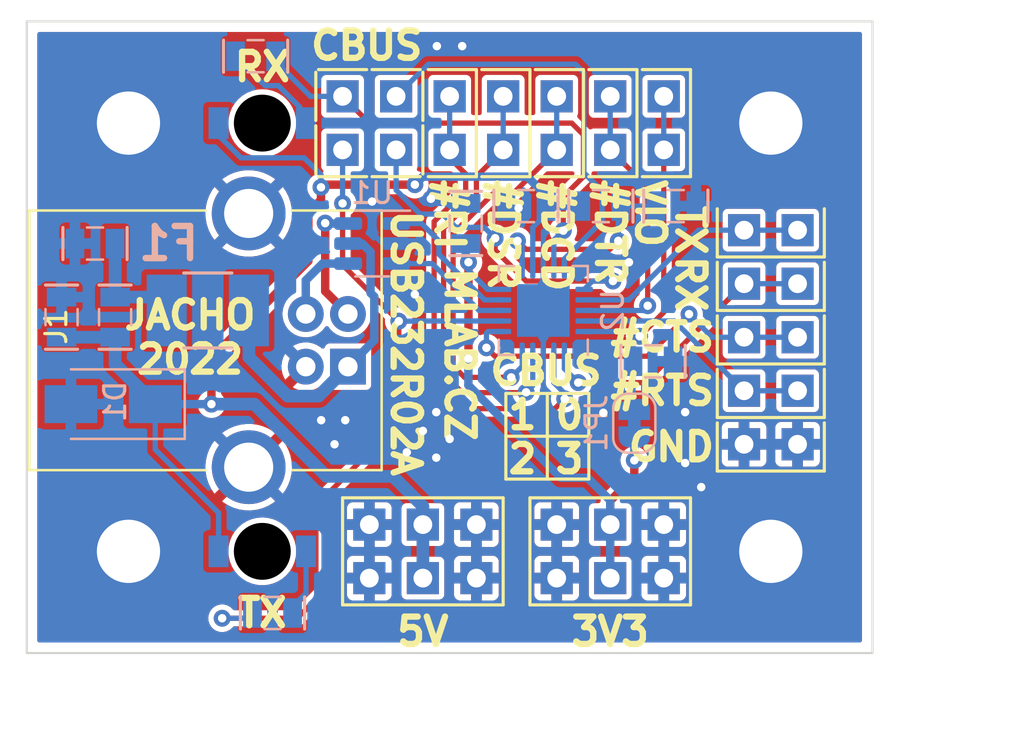
<source format=kicad_pcb>
(kicad_pcb (version 20211014) (generator pcbnew)
  (title_block (title "USB232R02A") (company "MLAB www.mlab.cz") (comment 1 "USB to UART converter"))
  (layers (0 "F.Cu" signal) (31 "B.Cu" signal) (34 "B.Paste" user) (35 "F.Paste" user) (36 "B.SilkS" user "B.Silkscreen") (37 "F.SilkS" user "F.Silkscreen") (38 "B.Mask" user) (39 "F.Mask" user) (44 "Edge.Cuts" user))
  (net 0 "")
  (net 1 "GND")
  (net 2 "/VBUS")
  (net 3 "+5V")
  (net 4 "+3V3")
  (net 5 "/VCCIO")
  (net 6 "Net-(D2-Pad1)")
  (net 7 "Net-(D3-Pad1)")
  (net 8 "/D+")
  (net 9 "/D-")
  (net 10 "/TXD")
  (net 11 "/RXD")
  (net 12 "/#RTS")
  (net 13 "/#CTS")
  (net 14 "/#DTR")
  (net 15 "/#DSR")
  (net 16 "/#DCD")
  (net 17 "/#RI")
  (net 18 "/CBUS0")
  (net 19 "/RXLED{slash}CBUS1")
  (net 20 "/TXLED{slash}CBUS2")
  (net 21 "/CBUS3")
  (net 22 "Net-(R1-Pad2)")
  (net 23 "/DM")
  (net 24 "/DP")
  (net 25 "Net-(C1-Pad1)")
  (footprint "Connector_USB:USB_B_OST_USB-B1HSxx_Horizontal" (layer "F.Cu") (at 144.079 101.911 180)
    (fp_text reference "J1" (at 13.843 1.905 270) (layer "F.SilkS"))
    (fp_text value "USB_B")
    (pad "1" thru_hole rect locked (at 0 0 180) (size 1.7 1.7) (drill 0.92) (layers *.Cu *.Mask) (net 2 "/VBUS"))
    (pad "2" thru_hole circle locked (at 0 2.5 180) (size 1.7 1.7) (drill 0.92) (layers *.Cu *.Mask) (net 9 "/D-"))
    (pad "3" thru_hole circle locked (at 2 2.5 180) (size 1.7 1.7) (drill 0.92) (layers *.Cu *.Mask) (net 8 "/D+"))
    (pad "4" thru_hole circle locked (at 2 0 180) (size 1.7 1.7) (drill 0.92) (layers *.Cu *.Mask) (net 1 "GND"))
    (pad "5" thru_hole circle locked (at 4.71 -4.77 180) (size 3.5 3.5) (drill 2.33) (layers *.Cu *.Mask) (net 1 "GND"))
    (pad "5" thru_hole circle locked (at 4.71 7.27 180) (size 3.5 3.5) (drill 2.33) (layers *.Cu *.Mask) (net 1 "GND"))
  )
  (footprint "Mlab_Pin_Headers:Straight_2x01" (layer "F.Cu") (at 164.145 105.594)
    (fp_text reference "J17" hide)
    (fp_text value "HEADER_2x01_PARALLEL" hide)
    (pad "1" thru_hole rect locked (at -1.27 0) (size 1.524 1.524) (drill 0.889) (layers *.Cu *.Mask) (net 1 "GND"))
    (pad "2" thru_hole rect locked (at 1.27 0) (size 1.524 1.524) (drill 0.889) (layers *.Cu *.Mask) (net 1 "GND"))
  )
  (footprint "Mlab_Pin_Headers:Straight_2x01" (layer "F.Cu") (at 164.145 97.974)
    (fp_text reference "J6" hide)
    (fp_text value "HEADER_2x01_PARALLEL" hide)
    (pad "1" thru_hole rect locked (at -1.27 0) (size 1.524 1.524) (drill 0.889) (layers *.Cu *.Mask) (net 11 "/RXD"))
    (pad "2" thru_hole rect locked (at 1.27 0) (size 1.524 1.524) (drill 0.889) (layers *.Cu *.Mask) (net 11 "/RXD"))
  )
  (footprint "Mlab_Pin_Headers:Straight_2x01" (layer "F.Cu") (at 164.145 95.434)
    (fp_text reference "J5" hide)
    (fp_text value "HEADER_2x01_PARALLEL" hide)
    (pad "1" thru_hole rect locked (at -1.27 0) (size 1.524 1.524) (drill 0.889) (layers *.Cu *.Mask) (net 10 "/TXD"))
    (pad "2" thru_hole rect locked (at 1.27 0) (size 1.524 1.524) (drill 0.889) (layers *.Cu *.Mask) (net 10 "/TXD"))
  )
  (footprint "Mlab_Pin_Headers:Straight_2x01" (layer "F.Cu") (at 148.905 90.354 90)
    (fp_text reference "J12" hide)
    (fp_text value "-" hide)
    (pad "1" thru_hole rect locked (at -1.27 0 90) (size 1.524 1.524) (drill 0.889) (layers *.Cu *.Mask) (net 17 "/#RI"))
    (pad "2" thru_hole rect locked (at 1.27 0 90) (size 1.524 1.524) (drill 0.889) (layers *.Cu *.Mask) (net 17 "/#RI"))
  )
  (footprint "Mlab_Pin_Headers:Straight_2x03" (layer "F.Cu") (at 156.525 110.674 90)
    (fp_text reference "J3" hide)
    (fp_text value "HEADER_2x03_PARALLEL" hide)
    (pad "1" thru_hole rect locked (at -1.27 -2.54 90) (size 1.524 1.524) (drill 0.889) (layers *.Cu *.Mask) (net 1 "GND"))
    (pad "2" thru_hole rect locked (at 1.27 -2.54 90) (size 1.524 1.524) (drill 0.889) (layers *.Cu *.Mask) (net 1 "GND"))
    (pad "3" thru_hole rect locked (at -1.27 0 90) (size 1.524 1.524) (drill 0.889) (layers *.Cu *.Mask) (net 4 "+3V3"))
    (pad "4" thru_hole rect locked (at 1.27 0 90) (size 1.524 1.524) (drill 0.889) (layers *.Cu *.Mask) (net 4 "+3V3"))
    (pad "5" thru_hole rect locked (at -1.27 2.54 90) (size 1.524 1.524) (drill 0.889) (layers *.Cu *.Mask) (net 1 "GND"))
    (pad "6" thru_hole rect locked (at 1.27 2.54 90) (size 1.524 1.524) (drill 0.889) (layers *.Cu *.Mask) (net 1 "GND"))
  )
  (footprint "Mlab_Pin_Headers:Straight_1x01" (layer "F.Cu") (at 143.825 89.084)
    (fp_text reference "J14" hide)
    (fp_text value "-" hide)
    (pad "1" thru_hole rect locked (at 0 0) (size 1.524 1.524) (drill 0.889) (layers *.Cu *.Mask) (net 19 "/RXLED{slash}CBUS1"))
  )
  (footprint "Mlab_Pin_Headers:Straight_1x01" (layer "F.Cu") (at 146.365 89.084 -90)
    (fp_text reference "J13" hide)
    (fp_text value "-" hide)
    (pad "1" thru_hole rect locked (at 0 0 270) (size 1.524 1.524) (drill 0.889) (layers *.Cu *.Mask) (net 18 "/CBUS0"))
  )
  (footprint "Mlab_Pin_Headers:Straight_2x01" (layer "F.Cu") (at 164.145 100.514)
    (fp_text reference "J8" hide)
    (fp_text value "HEADER_2x01_PARALLEL" hide)
    (pad "1" thru_hole rect locked (at -1.27 0) (size 1.524 1.524) (drill 0.889) (layers *.Cu *.Mask) (net 13 "/#CTS"))
    (pad "2" thru_hole rect locked (at 1.27 0) (size 1.524 1.524) (drill 0.889) (layers *.Cu *.Mask) (net 13 "/#CTS"))
  )
  (footprint "Mlab_Pin_Headers:Straight_1x01" (layer "F.Cu") (at 143.825 91.624 90)
    (fp_text reference "J15" hide)
    (fp_text value "-" hide)
    (pad "1" thru_hole rect locked (at 0 0 90) (size 1.524 1.524) (drill 0.889) (layers *.Cu *.Mask) (net 20 "/TXLED{slash}CBUS2"))
  )
  (footprint "Mlab_Pin_Headers:Straight_2x01" (layer "F.Cu") (at 151.445 90.354 90)
    (fp_text reference "J10" hide)
    (fp_text value "-" hide)
    (pad "1" thru_hole rect locked (at -1.27 0 90) (size 1.524 1.524) (drill 0.889) (layers *.Cu *.Mask) (net 15 "/#DSR"))
    (pad "2" thru_hole rect locked (at 1.27 0 90) (size 1.524 1.524) (drill 0.889) (layers *.Cu *.Mask) (net 15 "/#DSR"))
  )
  (footprint "Mlab_Pin_Headers:Straight_2x01" (layer "F.Cu") (at 164.145 103.054)
    (fp_text reference "J7" hide)
    (fp_text value "HEADER_2x01_PARALLEL" hide)
    (pad "1" thru_hole rect locked (at -1.27 0) (size 1.524 1.524) (drill 0.889) (layers *.Cu *.Mask) (net 12 "/#RTS"))
    (pad "2" thru_hole rect locked (at 1.27 0) (size 1.524 1.524) (drill 0.889) (layers *.Cu *.Mask) (net 12 "/#RTS"))
  )
  (footprint "Mlab_Pin_Headers:Straight_1x01" (layer "F.Cu") (at 146.365 91.624 180)
    (fp_text reference "J16" hide)
    (fp_text value "-" hide)
    (pad "1" thru_hole rect locked (at 0 0 180) (size 1.524 1.524) (drill 0.889) (layers *.Cu *.Mask) (net 21 "/CBUS3"))
  )
  (footprint "Mlab_Pin_Headers:Straight_2x01" (layer "F.Cu") (at 159.065 90.354 90)
    (fp_text reference "J4" hide)
    (fp_text value "-" hide)
    (pad "1" thru_hole rect locked (at -1.27 0 90) (size 1.524 1.524) (drill 0.889) (layers *.Cu *.Mask) (net 5 "/VCCIO"))
    (pad "2" thru_hole rect locked (at 1.27 0 90) (size 1.524 1.524) (drill 0.889) (layers *.Cu *.Mask) (net 5 "/VCCIO"))
  )
  (footprint "Mlab_Pin_Headers:Straight_2x01" (layer "F.Cu") (at 153.985 90.354 90)
    (fp_text reference "J11" hide)
    (fp_text value "-" hide)
    (pad "1" thru_hole rect locked (at -1.27 0 90) (size 1.524 1.524) (drill 0.889) (layers *.Cu *.Mask) (net 16 "/#DCD"))
    (pad "2" thru_hole rect locked (at 1.27 0 90) (size 1.524 1.524) (drill 0.889) (layers *.Cu *.Mask) (net 16 "/#DCD"))
  )
  (footprint "Mlab_Pin_Headers:Straight_2x01" (layer "F.Cu") (at 156.525 90.354 90)
    (fp_text reference "J9" hide)
    (fp_text value "-" hide)
    (pad "1" thru_hole rect locked (at -1.27 0 90) (size 1.524 1.524) (drill 0.889) (layers *.Cu *.Mask) (net 14 "/#DTR"))
    (pad "2" thru_hole rect locked (at 1.27 0 90) (size 1.524 1.524) (drill 0.889) (layers *.Cu *.Mask) (net 14 "/#DTR"))
  )
  (footprint "Mlab_Pin_Headers:Straight_2x03" (layer "F.Cu") (at 147.635 110.674 90)
    (fp_text reference "J2" hide)
    (fp_text value "HEADER_2x03_PARALLEL" hide)
    (pad "1" thru_hole rect locked (at -1.27 -2.54 90) (size 1.524 1.524) (drill 0.889) (layers *.Cu *.Mask) (net 1 "GND"))
    (pad "2" thru_hole rect locked (at 1.27 -2.54 90) (size 1.524 1.524) (drill 0.889) (layers *.Cu *.Mask) (net 1 "GND"))
    (pad "3" thru_hole rect locked (at -1.27 0 90) (size 1.524 1.524) (drill 0.889) (layers *.Cu *.Mask) (net 3 "+5V"))
    (pad "4" thru_hole rect locked (at 1.27 0 90) (size 1.524 1.524) (drill 0.889) (layers *.Cu *.Mask) (net 3 "+5V"))
    (pad "5" thru_hole rect locked (at -1.27 2.54 90) (size 1.524 1.524) (drill 0.889) (layers *.Cu *.Mask) (net 1 "GND"))
    (pad "6" thru_hole rect locked (at 1.27 2.54 90) (size 1.524 1.524) (drill 0.889) (layers *.Cu *.Mask) (net 1 "GND"))
  )
  (footprint "Mlab_Mechanical:MountingHole_3mm" (layer "B.Cu") (at 133.665 110.674 180)
    (fp_text reference "H3" hide)
    (fp_text value "M3" hide)
    (pad "1" thru_hole circle locked (at 0 0 180) (size 6 6) (drill 3) (layers *.Cu *.Adhes *.Mask) (net 1 "GND") (clearance 1))
  )
  (footprint "Mlab_R:SMD-0805" (layer "B.Cu") (at 139.6975 87.179)
    (fp_text reference "R3")
    (fp_text value "270R")
    (pad "1" smd rect locked (at -0.9525 0) (size 0.889 1.397) (layers "B.Cu" "B.Paste" "B.Mask") (net 6 "Net-(D2-Pad1)"))
    (pad "2" smd rect locked (at 0.9525 0) (size 0.889 1.397) (layers "B.Cu" "B.Paste" "B.Mask") (net 19 "/RXLED{slash}CBUS1"))
  )
  (footprint "Mlab_C:SMD-0805" (layer "B.Cu") (at 149.667 95.1165 90)
    (fp_text reference "C3")
    (fp_text value "100nF")
    (pad "1" smd rect locked (at -0.9525 0 90) (size 0.889 1.397) (layers "B.Cu" "B.Paste" "B.Mask") (net 4 "+3V3"))
    (pad "2" smd rect locked (at 0.9525 0 90) (size 0.889 1.397) (layers "B.Cu" "B.Paste" "B.Mask") (net 1 "GND"))
  )
  (footprint "Mlab_L:SMD-0805" (layer "B.Cu") (at 133.03 99.5615 -90)
    (fp_text reference "FB1")
    (fp_text value "BLM21PG300SN1D" hide)
    (pad "1" smd rect locked (at -0.9525 0 270) (size 0.889 1.397) (layers "B.Cu" "B.Paste" "B.Mask") (net 25 "Net-(C1-Pad1)"))
    (pad "2" smd rect locked (at 0.9525 0 270) (size 0.889 1.397) (layers "B.Cu" "B.Paste" "B.Mask") (net 3 "+5V"))
  )
  (footprint "Mlab_Mechanical:MountingHole_3mm" (layer "B.Cu") (at 164.145 110.674 180)
    (fp_text reference "H4" hide)
    (fp_text value "M3" hide)
    (pad "1" thru_hole circle locked (at 0 0 180) (size 6 6) (drill 3) (layers *.Cu *.Adhes *.Mask) (net 1 "GND") (clearance 1))
  )
  (footprint "Mlab_C:SMD-0805" (layer "B.Cu") (at 132.0775 96.069 180)
    (fp_text reference "C1")
    (fp_text value "10nF")
    (pad "1" smd rect locked (at -0.9525 0 180) (size 0.889 1.397) (layers "B.Cu" "B.Paste" "B.Mask") (net 25 "Net-(C1-Pad1)"))
    (pad "2" smd rect locked (at 0.9525 0 180) (size 0.889 1.397) (layers "B.Cu" "B.Paste" "B.Mask") (net 1 "GND"))
  )
  (footprint "Mlab_R:SMD-0805" (layer "B.Cu") (at 159.6365 94.291)
    (fp_text reference "R2")
    (fp_text value "10k")
    (pad "1" smd rect locked (at -0.9525 0) (size 0.889 1.397) (layers "B.Cu" "B.Paste" "B.Mask") (net 22 "Net-(R1-Pad2)"))
    (pad "2" smd rect locked (at 0.9525 0) (size 0.889 1.397) (layers "B.Cu" "B.Paste" "B.Mask") (net 1 "GND"))
  )
  (footprint "Package_DFN_QFN:QFN-20-1EP_4x4mm_P0.5mm_EP2.5x2.5mm" (layer "B.Cu") (at 153.35 99.244 90)
    (fp_text reference "U2" (at 0 3.3 90) (layer "B.SilkS") (effects (justify mirror)))
    (fp_text value "FT231XQ" hide)
    (pad "1" smd roundrect locked (at -1.9375 1 90) (size 0.825 0.25) (layers "B.Cu" "B.Paste" "B.Mask") (net 11 "/RXD"))
    (pad "2" smd roundrect locked (at -1.9375 0.5 90) (size 0.825 0.25) (layers "B.Cu" "B.Paste" "B.Mask") (net 17 "/#RI"))
    (pad "3" smd roundrect locked (at -1.9375 0 90) (size 0.825 0.25) (layers "B.Cu" "B.Paste" "B.Mask") (net 1 "GND"))
    (pad "4" smd roundrect locked (at -1.9375 -0.5 90) (size 0.825 0.25) (layers "B.Cu" "B.Paste" "B.Mask") (net 15 "/#DSR"))
    (pad "5" smd roundrect locked (at -1.9375 -1 90) (size 0.825 0.25) (layers "B.Cu" "B.Paste" "B.Mask") (net 16 "/#DCD"))
    (pad "6" smd roundrect locked (at -1 -1.9375 90) (size 0.25 0.825) (layers "B.Cu" "B.Paste" "B.Mask") (net 13 "/#CTS"))
    (pad "7" smd roundrect locked (at -0.5 -1.9375 90) (size 0.25 0.825) (layers "B.Cu" "B.Paste" "B.Mask") (net 20 "/TXLED{slash}CBUS2"))
    (pad "8" smd roundrect locked (at 0 -1.9375 90) (size 0.25 0.825) (layers "B.Cu" "B.Paste" "B.Mask") (net 24 "/DP"))
    (pad "9" smd roundrect locked (at 0.5 -1.9375 90) (size 0.25 0.825) (layers "B.Cu" "B.Paste" "B.Mask") (net 23 "/DM"))
    (pad "10" smd roundrect locked (at 1 -1.9375 90) (size 0.25 0.825) (layers "B.Cu" "B.Paste" "B.Mask") (net 4 "+3V3"))
    (pad "11" smd roundrect locked (at 1.9375 -1 90) (size 0.825 0.25) (layers "B.Cu" "B.Paste" "B.Mask") (net 22 "Net-(R1-Pad2)"))
    (pad "12" smd roundrect locked (at 1.9375 -0.5 90) (size 0.825 0.25) (layers "B.Cu" "B.Paste" "B.Mask") (net 3 "+5V"))
    (pad "13" smd roundrect locked (at 1.9375 0 90) (size 0.825 0.25) (layers "B.Cu" "B.Paste" "B.Mask") (net 1 "GND"))
    (pad "14" smd roundrect locked (at 1.9375 0.5 90) (size 0.825 0.25) (layers "B.Cu" "B.Paste" "B.Mask") (net 19 "/RXLED{slash}CBUS1"))
    (pad "15" smd roundrect locked (at 1.9375 1 90) (size 0.825 0.25) (layers "B.Cu" "B.Paste" "B.Mask") (net 18 "/CBUS0"))
    (pad "16" smd roundrect locked (at 1 1.9375 90) (size 0.25 0.825) (layers "B.Cu" "B.Paste" "B.Mask") (net 21 "/CBUS3"))
    (pad "17" smd roundrect locked (at 0.5 1.9375 90) (size 0.25 0.825) (layers "B.Cu" "B.Paste" "B.Mask") (net 10 "/TXD"))
    (pad "18" smd roundrect locked (at 0 1.9375 90) (size 0.25 0.825) (layers "B.Cu" "B.Paste" "B.Mask") (net 14 "/#DTR"))
    (pad "19" smd roundrect locked (at -0.5 1.9375 90) (size 0.25 0.825) (layers "B.Cu" "B.Paste" "B.Mask") (net 12 "/#RTS"))
    (pad "20" smd roundrect locked (at -1 1.9375 90) (size 0.25 0.825) (layers "B.Cu" "B.Paste" "B.Mask") (net 5 "/VCCIO"))
    (pad "21" smd rect locked (at 0 0 90) (size 2.5 2.5) (layers "B.Cu" "B.Mask") (net 1 "GND"))
  )
  (footprint "Mlab_R:SMD-0805" (layer "B.Cu") (at 156.0805 94.291)
    (fp_text reference "R1")
    (fp_text value "4k7")
    (pad "1" smd rect locked (at -0.9525 0) (size 0.889 1.397) (layers "B.Cu" "B.Paste" "B.Mask") (net 3 "+5V"))
    (pad "2" smd rect locked (at 0.9525 0) (size 0.889 1.397) (layers "B.Cu" "B.Paste" "B.Mask") (net 22 "Net-(R1-Pad2)"))
  )
  (footprint "Mlab_D:LED_1206" (layer "B.Cu") (at 140.015 90.354)
    (fp_text reference "D2" hide)
    (fp_text value "RED" hide)
    (pad "" np_thru_hole circle locked (at 0 0) (size 2.7 2.7) (drill 2.7) (layers *.Mask))
    (pad "1" smd rect locked (at 2.075 0) (size 0.95 1.5) (layers "B.Cu" "B.Paste" "B.Mask") (net 6 "Net-(D2-Pad1)"))
    (pad "2" smd rect locked (at -2.075 0) (size 0.95 1.5) (layers "B.Cu" "B.Paste" "B.Mask") (net 3 "+5V"))
  )
  (footprint "Mlab_C:SMD-0805" (layer "B.Cu") (at 152.5245 94.291 180)
    (fp_text reference "C4")
    (fp_text value "100nF")
    (pad "1" smd rect locked (at -0.9525 0 180) (size 0.889 1.397) (layers "B.Cu" "B.Paste" "B.Mask") (net 3 "+5V"))
    (pad "2" smd rect locked (at 0.9525 0 180) (size 0.889 1.397) (layers "B.Cu" "B.Paste" "B.Mask") (net 1 "GND"))
  )
  (footprint "Package_TO_SOT_SMD:SOT-23-6" (layer "B.Cu") (at 145.2275 96.069 180)
    (fp_text reference "U1" (at 0 2.4) (layer "B.SilkS") (effects (justify mirror)))
    (fp_text value "USBLC6-2SC6" hide)
    (pad "1" smd roundrect locked (at -1.1375 0.95 180) (size 1.325 0.6) (layers "B.Cu" "B.Paste" "B.Mask") (net 23 "/DM"))
    (pad "2" smd roundrect locked (at -1.1375 0 180) (size 1.325 0.6) (layers "B.Cu" "B.Paste" "B.Mask") (net 1 "GND"))
    (pad "3" smd roundrect locked (at -1.1375 -0.95 180) (size 1.325 0.6) (layers "B.Cu" "B.Paste" "B.Mask") (net 24 "/DP"))
    (pad "4" smd roundrect locked (at 1.1375 -0.95 180) (size 1.325 0.6) (layers "B.Cu" "B.Paste" "B.Mask") (net 8 "/D+"))
    (pad "5" smd roundrect locked (at 1.1375 0 180) (size 1.325 0.6) (layers "B.Cu" "B.Paste" "B.Mask") (net 2 "/VBUS"))
    (pad "6" smd roundrect locked (at 1.1375 0.95 180) (size 1.325 0.6) (layers "B.Cu" "B.Paste" "B.Mask") (net 9 "/D-"))
  )
  (footprint "Mlab_Mechanical:MountingHole_3mm" (layer "B.Cu") (at 164.145 90.354 180)
    (fp_text reference "H1" hide)
    (fp_text value "M3" hide)
    (pad "1" thru_hole circle locked (at 0 0 180) (size 6 6) (drill 3) (layers *.Cu *.Adhes *.Mask) (net 1 "GND") (clearance 1))
  )
  (footprint "Mlab_C:SMD-0805" (layer "B.Cu") (at 130.49 99.5615 90)
    (fp_text reference "C2")
    (fp_text value "10uF")
    (pad "1" smd rect locked (at -0.9525 0 90) (size 0.889 1.397) (layers "B.Cu" "B.Paste" "B.Mask") (net 3 "+5V"))
    (pad "2" smd rect locked (at 0.9525 0 90) (size 0.889 1.397) (layers "B.Cu" "B.Paste" "B.Mask") (net 1 "GND"))
  )
  (footprint "Mlab_Mechanical:MountingHole_3mm" (layer "B.Cu") (at 133.665 90.354 180)
    (fp_text reference "H2" hide)
    (fp_text value "M3" hide)
    (pad "1" thru_hole circle locked (at 0 0 180) (size 6 6) (drill 3) (layers *.Cu *.Adhes *.Mask) (net 1 "GND") (clearance 1))
  )
  (footprint "Mlab_C:SMD-0805" (layer "B.Cu") (at 158.557 101.657 180)
    (fp_text reference "C5")
    (fp_text value "100nF")
    (pad "1" smd rect locked (at -0.9525 0 180) (size 0.889 1.397) (layers "B.Cu" "B.Paste" "B.Mask") (net 1 "GND"))
    (pad "2" smd rect locked (at 0.9525 0 180) (size 0.889 1.397) (layers "B.Cu" "B.Paste" "B.Mask") (net 5 "/VCCIO"))
  )
  (footprint "Diode_SMD:D_SMA" (layer "B.Cu") (at 132.935 103.689 180)
    (fp_text reference "D1" (at -0.095 0.127 90) (layer "B.SilkS") (effects (justify mirror)))
    (fp_text value "M4" hide)
    (pad "1" smd rect locked (at -2 0 180) (size 2.5 1.8) (layers "B.Cu" "B.Paste" "B.Mask") (net 3 "+5V"))
    (pad "2" smd rect locked (at 2 0 180) (size 2.5 1.8) (layers "B.Cu" "B.Paste" "B.Mask") (net 1 "GND"))
  )
  (footprint "Mlab_F:1812" (layer "B.Cu") (at 137.43 99.244 180)
    (fp_text reference "F1" (at 1.86 3.175 180) (layer "B.SilkS") (effects (font (size 1.524 1.524) (thickness 0.3048)) (justify mirror)))
    (fp_text value "750mA" hide)
    (pad "1" smd rect locked (at -1.95 0 180) (size 1.9 3.4) (layers "B.Cu" "B.Paste" "B.Mask") (net 2 "/VBUS"))
    (pad "2" smd rect locked (at 1.95 0 180) (size 1.9 3.4) (layers "B.Cu" "B.Paste" "B.Mask") (net 25 "Net-(C1-Pad1)"))
  )
  (footprint "Mlab_D:LED_1206" (layer "B.Cu") (at 140.015 110.674)
    (fp_text reference "D3" hide)
    (fp_text value "GREEN" hide)
    (pad "" np_thru_hole circle locked (at 0 0) (size 2.7 2.7) (drill 2.7) (layers *.Mask))
    (pad "1" smd rect locked (at 2.075 0) (size 0.95 1.5) (layers "B.Cu" "B.Paste" "B.Mask") (net 7 "Net-(D3-Pad1)"))
    (pad "2" smd rect locked (at -2.075 0) (size 0.95 1.5) (layers "B.Cu" "B.Paste" "B.Mask") (net 3 "+5V"))
  )
  (footprint "Jumper:SolderJumper-2_P1.3mm_Bridged_RoundedPad1.0x1.5mm" (layer "B.Cu") (at 157.668 104.593 -90)
    (fp_text reference "JP1" (at 0 1.8 90) (layer "B.SilkS") (effects (justify mirror)))
    (fp_text value "SolderJumper_2_Bridged" hide)
    (fp_poly (pts (xy 0.25 0.3) (xy -0.25 0.3) (xy -0.25 -0.3) (xy 0.25 -0.3)) (layer "B.Cu") (width 0) (fill solid))
    (pad "1" smd custom locked (at -0.65 0 270) (size 1 0.5) (layers "B.Cu" "B.Mask") (net 5 "/VCCIO") (options (clearance outline) (anchor rect)) (primitives (gr_circle (center 0 -0.25) (end 0.5 -0.25) (width 0) (fill yes)) (gr_circle (center 0 0.25) (end 0.5 0.25) (width 0) (fill yes)) (gr_poly (pts (xy 0.5 0.75) (xy 0 0.75) (xy 0 -0.75) (xy 0.5 -0.75)) (width 0) (fill yes))))
    (pad "2" smd custom locked (at 0.65 0 270) (size 1 0.5) (layers "B.Cu" "B.Mask") (net 4 "+3V3") (options (clearance outline) (anchor rect)) (primitives (gr_circle (center 0 -0.25) (end 0.5 -0.25) (width 0) (fill yes)) (gr_circle (center 0 0.25) (end 0.5 0.25) (width 0) (fill yes)) (gr_poly (pts (xy 0 0.75) (xy -0.5 0.75) (xy -0.5 -0.75) (xy 0 -0.75)) (width 0) (fill yes))))
  )
  (footprint "Mlab_R:SMD-0805" (layer "B.Cu") (at 140.5 113.6 180)
    (fp_text reference "R4")
    (fp_text value "270R")
    (pad "1" smd rect locked (at -0.9525 0 180) (size 0.889 1.397) (layers "B.Cu" "B.Paste" "B.Mask") (net 7 "Net-(D3-Pad1)"))
    (pad "2" smd rect locked (at 0.9525 0 180) (size 0.889 1.397) (layers "B.Cu" "B.Paste" "B.Mask") (net 20 "/TXLED{slash}CBUS2"))
  )
  (gr_line (start 151.572 107.245) (end 155.509 107.245) (layer "F.SilkS") (width 0.15))
  (gr_line (start 151.572 103.181) (end 151.572 107.245) (layer "F.SilkS") (width 0.15))
  (gr_line (start 155.509 105.213) (end 151.572 105.213) (layer "F.SilkS") (width 0.15))
  (gr_line (start 155.509 107.245) (end 155.509 103.181) (layer "F.SilkS") (width 0.15))
  (gr_line (start 155.509 103.181) (end 151.572 103.181) (layer "F.SilkS") (width 0.15))
  (gr_line (start 153.5405 103.181) (end 153.5405 107.245) (layer "F.SilkS") (width 0.15))
  (gr_rect (start 128.839 85.528) (end 168.971 115.5) (layer "Edge.Cuts") (width 0.1) (fill none))
  (gr_text "#DTR" (at 156.525 92.894 270) (layer "F.SilkS") (effects (font (size 1.3 1.3) (thickness 0.3)) (justify left)))
  (gr_text "#RTS" (at 161.605 103.054) (layer "F.SilkS") (effects (font (size 1.3 1.3) (thickness 0.3)) (justify right)))
  (gr_text "TX" (at 160.335 95.434 270) (layer "F.SilkS") (effects (font (size 1.3 1.3) (thickness 0.3))))
  (gr_text "CBUS\n1 0\n2 3" (at 153.477 104.197) (layer "F.SilkS") (effects (font (size 1.3 1.3) (thickness 0.3))))
  (gr_text "VIO" (at 158.43 92.894 270) (layer "F.SilkS") (effects (font (size 1.3 1.3) (thickness 0.3)) (justify left)))
  (gr_text "5V" (at 147.635 114.484) (layer "F.SilkS") (effects (font (size 1.3 1.3) (thickness 0.3))))
  (gr_text "RX" (at 160.335 97.974 270) (layer "F.SilkS") (effects (font (size 1.3 1.3) (thickness 0.3))))
  (gr_text "#DSR" (at 151.445 92.894 270) (layer "F.SilkS") (effects (font (size 1.3 1.3) (thickness 0.3)) (justify left)))
  (gr_text "GND" (at 161.605 105.721) (layer "F.SilkS") (effects (font (size 1.3 1.3) (thickness 0.3)) (justify right)))
  (gr_text "CBUS" (at 142.174 86.671) (layer "F.SilkS") (effects (font (size 1.3 1.3) (thickness 0.3)) (justify left)))
  (gr_text "#RI" (at 148.905 92.894 270) (layer "F.SilkS") (effects (font (size 1.3 1.3) (thickness 0.3)) (justify left)))
  (gr_text "MLAB.CZ" (at 149.385 101.329 270) (layer "F.SilkS") (effects (font (size 1.3 1.3) (thickness 0.3))))
  (gr_text "3V3" (at 156.525 114.484) (layer "F.SilkS") (effects (font (size 1.3 1.3) (thickness 0.3))))
  (gr_text "RX" (at 140.015 87.687) (layer "F.SilkS") (effects (font (size 1.3 1.3) (thickness 0.3))))
  (gr_text "TX" (at 140.015 113.595) (layer "F.SilkS") (effects (font (size 1.3 1.3) (thickness 0.3))))
  (gr_text "#DCD" (at 153.985 92.894 270) (layer "F.SilkS") (effects (font (size 1.3 1.3) (thickness 0.3)) (justify left)))
  (gr_text "JACHO\n2022" (at 136.586 100.514) (layer "F.SilkS") (effects (font (size 1.3 1.3) (thickness 0.3))))
  (gr_text "USB232R02A" (at 146.835 100.804 270) (layer "F.SilkS") (effects (font (size 1.3 1.3) (thickness 0.3))))
  (gr_text "#CTS" (at 161.605 100.514) (layer "F.SilkS") (effects (font (size 1.3 1.3) (thickness 0.3)) (justify right)))
  (via (at 157.414 96.958) (size 0.8) (drill 0.4) (layers "F.Cu" "B.Cu") (net 1))
  (via (at 160.081 104.07) (size 0.8) (drill 0.4) (layers "F.Cu" "B.Cu") (net 1))
  (via (at 145.222 94.075) (size 0.8) (drill 0.4) (layers "F.Cu" "B.Cu") (net 1))
  (via (at 147.254 98.482) (size 0.8) (drill 0.4) (layers "F.Cu" "B.Cu") (net 1))
  (via (at 148.27 106.229) (size 0.8) (drill 0.4) (layers "F.Cu" "B.Cu") (net 1))
  (via (at 149.5 86.7) (size 0.8) (drill 0.4) (layers "F.Cu" "B.Cu") (net 1))
  (via (at 142.809 104.451) (size 0.8) (drill 0.4) (layers "F.Cu" "B.Cu") (net 1))
  (via (at 160.843 107.626) (size 0.8) (drill 0.4) (layers "F.Cu" "B.Cu") (net 1))
  (via (at 148.3 86.7) (size 0.8) (drill 0.4) (layers "F.Cu" "B.Cu") (net 1))
  (via (at 156.2 104.1) (size 0.8) (drill 0.4) (layers "F.Cu" "B.Cu") (net 1))
  (via (at 143.952 104.451) (size 0.8) (drill 0.4) (layers "F.Cu" "B.Cu") (net 1))
  (via (at 160.081 106.483) (size 0.8) (drill 0.4) (layers "F.Cu" "B.Cu") (net 1))
  (via (at 147.635 104.959) (size 0.8) (drill 0.4) (layers "F.Cu" "B.Cu") (net 1))
  (via (at 146.873 105.975) (size 0.8) (drill 0.4) (layers "F.Cu" "B.Cu") (net 1))
  (via (at 148.016 93.94399) (size 0.8) (drill 0.4) (layers "F.Cu" "B.Cu") (net 1))
  (via (at 152.175092 94.385881) (size 0.8) (drill 0.4) (layers "F.Cu" "B.Cu") (net 1))
  (via (at 148.905 105.34) (size 0.8) (drill 0.4) (layers "F.Cu" "B.Cu") (net 1))
  (via (at 143.444 105.594) (size 0.8) (drill 0.4) (layers "F.Cu" "B.Cu") (net 1))
  (via (at 148.27 104.07) (size 0.8) (drill 0.4) (layers "F.Cu" "B.Cu") (net 1))
  (segment (start 152.080211 94.291) (end 152.175092 94.385881) (width 0.25) (layer "B.Cu") (net 1))
  (segment (start 145.73 96.069) (end 145.222 95.561) (width 0.25) (layer "B.Cu") (net 1))
  (segment (start 145.222 95.561) (end 145.222 94.075) (width 0.25) (layer "B.Cu") (net 1))
  (segment (start 153.35 97.3065) (end 153.35 99.244) (width 0.25) (layer "B.Cu") (net 1))
  (segment (start 148.23601 94.164) (end 148.016 93.94399) (width 0.25) (layer "B.Cu") (net 1))
  (segment (start 146.365 96.069) (end 145.73 96.069) (width 0.25) (layer "B.Cu") (net 1))
  (segment (start 149.667 94.164) (end 148.23601 94.164) (width 0.25) (layer "B.Cu") (net 1))
  (segment (start 151.572 94.291) (end 152.080211 94.291) (width 0.25) (layer "B.Cu") (net 1))
  (segment (start 144.09 96.069) (end 144.7525 96.069) (width 0.4) (layer "B.Cu") (net 2))
  (segment (start 139.38 101.464002) (end 141.223998 103.308) (width 0.6) (layer "B.Cu") (net 2))
  (segment (start 144.7525 96.069) (end 145.15251 96.46901) (width 0.4) (layer "B.Cu") (net 2))
  (segment (start 145.15251 97.26951) (end 145.15251 98.41251) (width 0.4) (layer "B.Cu") (net 2))
  (segment (start 144.079 101.911) (end 145.15251 100.83749) (width 0.4) (layer "B.Cu") (net 2))
  (segment (start 142.682 103.308) (end 144.079 101.911) (width 0.6) (layer "B.Cu") (net 2))
  (segment (start 145.15251 100.83749) (end 145.329001 100.660999) (width 0.4) (layer "B.Cu") (net 2))
  (segment (start 145.329001 100.660999) (end 145.329001 98.589001) (width 0.4) (layer "B.Cu") (net 2))
  (segment (start 141.223998 103.308) (end 142.682 103.308) (width 0.6) (layer "B.Cu") (net 2))
  (segment (start 145.15251 98.41251) (end 145.329001 98.589001) (width 0.4) (layer "B.Cu") (net 2))
  (segment (start 139.38 100.895) (end 139.38 101.464002) (width 0.6) (layer "B.Cu") (net 2))
  (segment (start 139.38 100.895) (end 139.38 99.244) (width 0.6) (layer "B.Cu") (net 2))
  (segment (start 145.15251 97.26951) (end 145.15251 96.46901) (width 0.4) (layer "B.Cu") (net 2))
  (segment (start 137.602 101.498) (end 142.2 96.9) (width 0.4) (layer "F.Cu") (net 3))
  (segment (start 142.8 93.4) (end 142.925 93.275) (width 0.4) (layer "F.Cu") (net 3))
  (segment (start 142.2 94.6) (end 142.8 94) (width 0.4) (layer "F.Cu") (net 3))
  (segment (start 144.589 93.275) (end 147.254 93.275) (width 0.4) (layer "F.Cu") (net 3))
  (segment (start 142.925 93.275) (end 144.589 93.275) (width 0.4) (layer "F.Cu") (net 3))
  (segment (start 142.2 96.9) (end 142.2 94.6) (width 0.4) (layer "F.Cu") (net 3))
  (segment (start 137.602 103.689) (end 137.602 101.498) (width 0.4) (layer "F.Cu") (net 3))
  (segment (start 142.8 94) (end 142.8 93.4) (width 0.4) (layer "F.Cu") (net 3))
  (via (at 142.8 93.4) (size 0.8) (drill 0.4) (layers "F.Cu" "B.Cu") (net 3))
  (via (at 137.602 103.689) (size 0.8) (drill 0.4) (layers "F.Cu" "B.Cu") (net 3))
  (via (at 147.254 93.275) (size 0.8) (drill 0.4) (layers "F.Cu" "B.Cu") (net 3))
  (segment (start 130.49 100.514) (end 133.03 100.514) (width 0.6) (layer "B.Cu") (net 3))
  (segment (start 153.477 93.783) (end 152.588 92.894) (width 0.4) (layer "B.Cu") (net 3))
  (segment (start 143.063 107.118) (end 146.218 107.118) (width 0.6) (layer "B.Cu") (net 3))
  (segment (start 139.634 103.689) (end 143.063 107.118) (width 0.6) (layer "B.Cu") (net 3))
  (segment (start 152.588 92.894) (end 147.635 92.894) (width 0.4) (layer "B.Cu") (net 3))
  (segment (start 139 92) (end 137.94 90.94) (width 0.25) (layer "B.Cu") (net 3))
  (segment (start 147.635 111.944) (end 147.635 109.404) (width 0.6) (layer "B.Cu") (net 3))
  (segment (start 153.477 94.291) (end 153.477 93.783) (width 0.4) (layer "B.Cu") (net 3))
  (segment (start 134.935 103.689) (end 137.602 103.689) (width 0.4) (layer "B.Cu") (net 3))
  (segment (start 152.85 97.3065) (end 152.85 95.299) (width 0.25) (layer "B.Cu") (net 3))
  (segment (start 133.03 100.514) (end 133.03 101.784) (width 0.6) (layer "B.Cu") (net 3))
  (segment (start 142.8 93.4) (end 142.8 92.8) (width 0.25) (layer "B.Cu") (net 3))
  (segment (start 142.8 92.8) (end 142 92) (width 0.25) (layer "B.Cu") (net 3))
  (segment (start 133.03 101.784) (end 134.935 103.689) (width 0.6) (layer "B.Cu") (net 3))
  (segment (start 147.635 92.894) (end 147.254 93.275) (width 0.4) (layer "B.Cu") (net 3))
  (segment (start 152.85 95.299) (end 153.477 94.672) (width 0.25) (layer "B.Cu") (net 3))
  (segment (start 137.94 110.674) (end 137.94 108.843998) (width 0.25) (layer "B.Cu") (net 3))
  (segment (start 153.477 94.672) (end 153.477 94.291) (width 0.25) (layer "B.Cu") (net 3))
  (segment (start 137.602 103.689) (end 139.634 103.689) (width 0.6) (layer "B.Cu") (net 3))
  (segment (start 155.128 94.291) (end 153.477 94.291) (width 0.4) (layer "B.Cu") (net 3))
  (segment (start 137.94 108.843998) (end 134.935 105.838998) (width 0.25) (layer "B.Cu") (net 3))
  (segment (start 134.935 105.838998) (end 134.935 103.689) (width 0.25) (layer "B.Cu") (net 3))
  (segment (start 142 92) (end 139 92) (width 0.25) (layer "B.Cu") (net 3))
  (segment (start 137.94 90.94) (end 137.94 90.354) (width 0.25) (layer "B.Cu") (net 3))
  (segment (start 146.218 107.118) (end 147.635 108.535) (width 0.6) (layer "B.Cu") (net 3))
  (segment (start 147.635 108.535) (end 147.635 109.404) (width 0.6) (layer "B.Cu") (net 3))
  (segment (start 156.525 108.275) (end 156.525 109.404) (width 0.4) (layer "F.Cu") (net 4))
  (segment (start 157.668 106.356) (end 157.668 107.132) (width 0.4) (layer "F.Cu") (net 4))
  (segment (start 149.798652 96.953347) (end 149.798652 101.525348) (width 0.4) (layer "F.Cu") (net 4))
  (segment (start 149.798652 101.525348) (end 149.794 101.53) (width 0.4) (layer "F.Cu") (net 4))
  (segment (start 157.668 107.132) (end 156.525 108.275) (width 0.4) (layer "F.Cu") (net 4))
  (via (at 157.668 106.356) (size 0.8) (drill 0.4) (layers "F.Cu" "B.Cu") (net 4))
  (via (at 149.798652 96.953347) (size 0.8) (drill 0.4) (layers "F.Cu" "B.Cu") (net 4))
  (via (at 149.794 101.53) (size 0.8) (drill 0.4) (layers "F.Cu" "B.Cu") (net 4))
  (segment (start 151.4125 98.244) (end 150.70041 98.244) (width 0.25) (layer "B.Cu") (net 4))
  (segment (start 149.667 96.821695) (end 149.798652 96.953347) (width 0.4) (layer "B.Cu") (net 4))
  (segment (start 155.4455 107.1815) (end 155.636 107.372) (width 0.4) (layer "B.Cu") (net 4))
  (segment (start 149.794 101.53) (end 149.794 102.794) (width 0.4) (layer "B.Cu") (net 4))
  (segment (start 149.667 96.069) (end 149.667 96.821695) (width 0.4) (layer "B.Cu") (net 4))
  (segment (start 156.525 109.404) (end 156.525 111.944) (width 0.4) (layer "B.Cu") (net 4))
  (segment (start 149.794 102.794) (end 154.1815 107.1815) (width 0.4) (layer "B.Cu") (net 4))
  (segment (start 150.70041 98.244) (end 149.798652 97.342242) (width 0.25) (layer "B.Cu") (net 4))
  (segment (start 155.636 107.275) (end 155.636 107.372) (width 0.25) (layer "B.Cu") (net 4))
  (segment (start 156.525 108.261) (end 155.4455 107.1815) (width 0.4) (layer "B.Cu") (net 4))
  (segment (start 149.798652 97.342242) (end 149.798652 96.953347) (width 0.25) (layer "B.Cu") (net 4))
  (segment (start 157.668 105.243) (end 157.668 106.356) (width 0.4) (layer "B.Cu") (net 4))
  (segment (start 154.1815 107.1815) (end 155.4455 107.1815) (width 0.4) (layer "B.Cu") (net 4))
  (segment (start 156.525 109.404) (end 156.525 108.261) (width 0.4) (layer "B.Cu") (net 4))
  (segment (start 159.065 99.330002) (end 157.926002 100.469) (width 0.25) (layer "F.Cu") (net 5))
  (segment (start 157.926002 100.469) (end 157.922 100.469) (width 0.25) (layer "F.Cu") (net 5))
  (segment (start 159.065 91.624) (end 159.065 99.330002) (width 0.25) (layer "F.Cu") (net 5))
  (via (at 157.922 100.469) (size 0.8) (drill 0.4) (layers "F.Cu" "B.Cu") (net 5))
  (segment (start 157.6045 101.657) (end 157.6045 103.8795) (width 0.25) (layer "B.Cu") (net 5))
  (segment (start 155.2875 100.244) (end 157.697 100.244) (width 0.25) (layer "B.Cu") (net 5))
  (segment (start 157.6045 100.7865) (end 157.922 100.469) (width 0.25) (layer "B.Cu") (net 5))
  (segment (start 157.6045 101.657) (end 157.6045 100.7865) (width 0.25) (layer "B.Cu") (net 5))
  (segment (start 157.697 100.244) (end 157.922 100.469) (width 0.25) (layer "B.Cu") (net 5))
  (segment (start 157.6045 103.8795) (end 157.668 103.943) (width 0.25) (layer "B.Cu") (net 5))
  (segment (start 159.065 89.084) (end 159.065 91.624) (width 0.25) (layer "B.Cu") (net 5))
  (segment (start 140.142 88.576) (end 140.777 88.576) (width 0.25) (layer "B.Cu") (net 6))
  (segment (start 140.777 88.576) (end 141.793 89.592) (width 0.25) (layer "B.Cu") (net 6))
  (segment (start 138.745 87.179) (end 140.142 88.576) (width 0.25) (layer "B.Cu") (net 6))
  (segment (start 141.4525 113.6) (end 141.4525 113.3005) (width 0.25) (layer "B.Cu") (net 7))
  (segment (start 141.4525 113.3005) (end 142.09 112.663) (width 0.25) (layer "B.Cu") (net 7))
  (segment (start 142.09 112.663) (end 142.09 110.674) (width 0.25) (layer "B.Cu") (net 7))
  (segment (start 144.09 97.019) (end 142.875 97.019) (width 0.4) (layer "B.Cu") (net 8))
  (segment (start 142.079 97.815) (end 142.079 99.411) (width 0.4) (layer "B.Cu") (net 8))
  (segment (start 142.875 97.019) (end 142.079 97.815) (width 0.4) (layer "B.Cu") (net 8))
  (segment (start 143 95.1) (end 143 98.332) (width 0.4) (layer "F.Cu") (net 9))
  (segment (start 143 98.332) (end 144.079 99.411) (width 0.4) (layer "F.Cu") (net 9))
  (via (at 143 95.1) (size 0.8) (drill 0.4) (layers "F.Cu" "B.Cu") (net 9))
  (segment (start 143 95.1) (end 143.019 95.119) (width 0.4) (layer "B.Cu") (net 9))
  (segment (start 143.019 95.119) (end 144.09 95.119) (width 0.4) (layer "B.Cu") (net 9))
  (segment (start 155.2875 98.744) (end 157.406 98.744) (width 0.25) (layer "B.Cu") (net 10))
  (segment (start 160.716 95.434) (end 162.875 95.434) (width 0.25) (layer "B.Cu") (net 10))
  (segment (start 162.875 95.434) (end 165.415 95.434) (width 0.25) (layer "B.Cu") (net 10))
  (segment (start 157.406 98.744) (end 160.716 95.434) (width 0.25) (layer "B.Cu") (net 10))
  (segment (start 158.303 102.546) (end 158.43 102.419) (width 0.25) (layer "F.Cu") (net 11))
  (segment (start 155.006186 102.666777) (end 158.182223 102.666777) (width 0.25) (layer "F.Cu") (net 11))
  (segment (start 158.43 102.419) (end 162.875 97.974) (width 0.25) (layer "F.Cu") (net 11))
  (segment (start 158.182223 102.666777) (end 158.43 102.419) (width 0.25) (layer "F.Cu") (net 11))
  (via (at 155.006186 102.666777) (size 0.8) (drill 0.4) (layers "F.Cu" "B.Cu") (net 11))
  (segment (start 162.875 97.974) (end 165.415 97.974) (width 0.25) (layer "B.Cu") (net 11))
  (segment (start 154.35 101.1815) (end 154.35 102.010591) (width 0.25) (layer "B.Cu") (net 11))
  (segment (start 154.35 102.010591) (end 155.006186 102.666777) (width 0.25) (layer "B.Cu") (net 11))
  (segment (start 159.565 99.744) (end 162.875 103.054) (width 0.25) (layer "B.Cu") (net 12))
  (segment (start 155.2875 99.744) (end 159.565 99.744) (width 0.25) (layer "B.Cu") (net 12))
  (segment (start 162.875 103.054) (end 165.415 103.054) (width 0.25) (layer "B.Cu") (net 12))
  (segment (start 159.421627 100.26) (end 159.421627 100.284373) (width 0.25) (layer "F.Cu") (net 13))
  (segment (start 159.421627 100.284373) (end 158.43 101.276) (width 0.25) (layer "F.Cu") (net 13))
  (segment (start 151.051494 101.415502) (end 158.290498 101.415502) (width 0.25) (layer "F.Cu") (net 13))
  (segment (start 158.290498 101.415502) (end 158.43 101.276) (width 0.25) (layer "F.Cu") (net 13))
  (segment (start 159.421627 100.26) (end 160.263966 99.417661) (width 0.25) (layer "F.Cu") (net 13))
  (segment (start 150.651495 101.015503) (end 151.051494 101.415502) (width 0.25) (layer "F.Cu") (net 13))
  (via (at 160.263966 99.417661) (size 0.8) (drill 0.4) (layers "F.Cu" "B.Cu") (net 13))
  (via (at 150.651495 101.015503) (size 0.8) (drill 0.4) (layers "F.Cu" "B.Cu") (net 13))
  (segment (start 150.73099 100.244) (end 150.651495 100.323495) (width 0.25) (layer "B.Cu") (net 13))
  (segment (start 150.651495 100.323495) (end 150.651495 101.015503) (width 0.25) (layer "B.Cu") (net 13))
  (segment (start 162.875 100.514) (end 165.415 100.514) (width 0.25) (layer "B.Cu") (net 13))
  (segment (start 161.360305 100.514) (end 160.263966 99.417661) (width 0.25) (layer "B.Cu") (net 13))
  (segment (start 162.875 100.514) (end 161.360305 100.514) (width 0.25) (layer "B.Cu") (net 13))
  (segment (start 151.4125 100.244) (end 150.73099 100.244) (width 0.25) (layer "B.Cu") (net 13))
  (segment (start 158.303 99.019) (end 158.303 93.402) (width 0.25) (layer "F.Cu") (net 14))
  (segment (start 158.303 93.402) (end 156.525 91.624) (width 0.25) (layer "F.Cu") (net 14))
  (via (at 158.303 99.019) (size 0.8) (drill 0.4) (layers "F.Cu" "B.Cu") (net 14))
  (segment (start 156.525 89.084) (end 156.525 91.624) (width 0.25) (layer "B.Cu") (net 14))
  (segment (start 158.078 99.244) (end 158.303 99.019) (width 0.25) (layer "B.Cu") (net 14))
  (segment (start 155.2875 99.244) (end 158.078 99.244) (width 0.25) (layer "B.Cu") (net 14))
  (segment (start 148.618989 102.005989) (end 148.618989 100.794401) (width 0.25) (layer "F.Cu") (net 15))
  (segment (start 150.175 93.783) (end 149.9845 93.9735) (width 0.25) (layer "F.Cu") (net 15))
  (segment (start 149.0955 102.7365) (end 148.618989 102.259989) (width 0.25) (layer "F.Cu") (net 15))
  (segment (start 151.445 91.624) (end 150.175 92.894) (width 0.25) (layer "F.Cu") (net 15))
  (segment (start 148.618989 102.259989) (end 148.618989 102.005989) (width 0.25) (layer "F.Cu") (net 15))
  (segment (start 149.503001 103.144001) (end 149.0955 102.7365) (width 0.25) (layer "F.Cu") (net 15))
  (segment (start 152.515215 103.144001) (end 149.503001 103.144001) (width 0.25) (layer "F.Cu") (net 15))
  (segment (start 149.9845 93.9735) (end 148.618989 95.339011) (width 0.25) (layer "F.Cu") (net 15))
  (segment (start 148.618989 100.794401) (end 148.618989 95.339011) (width 0.25) (layer "F.Cu") (net 15))
  (segment (start 152.533108 103.126108) (end 152.515215 103.144001) (width 0.25) (layer "F.Cu") (net 15))
  (segment (start 150.175 92.894) (end 150.175 93.783) (width 0.25) (layer "F.Cu") (net 15))
  (via (at 152.533108 103.126108) (size 0.8) (drill 0.4) (layers "F.Cu" "B.Cu") (net 15))
  (segment (start 152.85 101.1815) (end 152.85 101.642022) (width 0.25) (layer "B.Cu") (net 15))
  (segment (start 152.85 101.642022) (end 152.85 102.809216) (width 0.25) (layer "B.Cu") (net 15))
  (segment (start 152.85 102.809216) (end 152.533108 103.126108) (width 0.25) (layer "B.Cu") (net 15))
  (segment (start 151.445 89.084) (end 151.445 91.624) (width 0.25) (layer "B.Cu") (net 15))
  (segment (start 149.068999 95.597999) (end 150.947498 93.7195) (width 0.25) (layer "F.Cu") (net 16))
  (segment (start 149.068999 101.874001) (end 149.068999 100.608001) (width 0.25) (layer "F.Cu") (net 16))
  (segment (start 150.947498 93.7195) (end 151.8895 93.7195) (width 0.25) (layer "F.Cu") (net 16))
  (segment (start 149.068999 100.608001) (end 149.068999 95.597999) (width 0.25) (layer "F.Cu") (net 16))
  (segment (start 151.826 102.419) (end 149.613998 102.419) (width 0.25) (layer "F.Cu") (net 16))
  (segment (start 149.613998 102.419) (end 149.195999 102.001001) (width 0.25) (layer "F.Cu") (net 16))
  (segment (start 151.8895 93.7195) (end 153.985 91.624) (width 0.25) (layer "F.Cu") (net 16))
  (segment (start 149.195999 102.001001) (end 149.068999 101.874001) (width 0.25) (layer "F.Cu") (net 16))
  (via (at 151.826 102.419) (size 0.8) (drill 0.4) (layers "F.Cu" "B.Cu") (net 16))
  (segment (start 152.35 101.1815) (end 152.35 101.895) (width 0.25) (layer "B.Cu") (net 16))
  (segment (start 152.35 101.895) (end 151.826 102.419) (width 0.25) (layer "B.Cu") (net 16))
  (segment (start 153.985 89.084) (end 153.985 91.624) (width 0.25) (layer "B.Cu") (net 16))
  (segment (start 149.667 92.767) (end 149.667 93.529) (width 0.25) (layer "F.Cu") (net 17))
  (segment (start 148.168979 100.980801) (end 148.168979 102.063979) (width 0.25) (layer "F.Cu") (net 17))
  (segment (start 153.896992 103.904008) (end 149.626599 103.904009) (width 0.25) (layer "F.Cu") (net 17))
  (segment (start 148.168979 95.027021) (end 148.168979 100.980801) (width 0.25) (layer "F.Cu") (net 17))
  (segment (start 148.168979 102.446389) (end 148.168979 102.063979) (width 0.25) (layer "F.Cu") (net 17))
  (segment (start 148.905 91.624) (end 148.905 92.005) (width 0.25) (layer "F.Cu") (net 17))
  (segment (start 154.366 103.435) (end 153.896992 103.904008) (width 0.25) (layer "F.Cu") (net 17))
  (segment (start 148.651 94.545) (end 148.168979 95.027021) (width 0.25) (layer "F.Cu") (net 17))
  (segment (start 149.667 93.529) (end 148.651 94.545) (width 0.25) (layer "F.Cu") (net 17))
  (segment (start 149.626599 103.904009) (end 148.168979 102.446389) (width 0.25) (layer "F.Cu") (net 17))
  (segment (start 148.905 92.005) (end 149.667 92.767) (width 0.25) (layer "F.Cu") (net 17))
  (via (at 154.366 103.435) (size 0.8) (drill 0.4) (layers "F.Cu" "B.Cu") (net 17))
  (segment (start 154.366 103.18241) (end 154.366 103.435) (width 0.25) (layer "B.Cu") (net 17))
  (segment (start 148.905 89.084) (end 148.905 91.624) (width 0.25) (layer "B.Cu") (net 17))
  (segment (start 153.85 102.66641) (end 154.366 103.18241) (width 0.25) (layer "B.Cu") (net 17))
  (segment (start 153.85 101.1815) (end 153.85 102.66641) (width 0.25) (layer "B.Cu") (net 17))
  (segment (start 147.889 87.56) (end 154.874 87.56) (width 0.25) (layer "B.Cu") (net 18))
  (segment (start 156.144 95.003002) (end 156.144 93.578998) (width 0.25) (layer "B.Cu") (net 18))
  (segment (start 155.276012 87.962012) (end 154.874 87.56) (width 0.25) (layer "B.Cu") (net 18))
  (segment (start 154.35 97.3065) (end 154.35 96.797002) (width 0.25) (layer "B.Cu") (net 18))
  (segment (start 146.365 89.084) (end 147.889 87.56) (width 0.25) (layer "B.Cu") (net 18))
  (segment (start 156.144 93.578998) (end 155.276012 92.71101) (width 0.25) (layer "B.Cu") (net 18))
  (segment (start 154.681002 96.466) (end 156.144 95.003002) (width 0.25) (layer "B.Cu") (net 18))
  (segment (start 154.35 96.797002) (end 154.681002 96.466) (width 0.25) (layer "B.Cu") (net 18))
  (segment (start 155.276012 91.137012) (end 155.276012 92.71101) (width 0.25) (layer "B.Cu") (net 18))
  (segment (start 155.276012 91.137012) (end 155.276012 87.962012) (width 0.25) (layer "B.Cu") (net 18))
  (segment (start 155.255 90.910364) (end 154.698636 90.354) (width 0.25) (layer "F.Cu") (net 19))
  (segment (start 145.095 90.354) (end 144.91201 90.17101) (width 0.25) (layer "F.Cu") (net 19))
  (segment (start 144.91201 90.17101) (end 143.825 89.084) (width 0.25) (layer "F.Cu") (net 19))
  (segment (start 154.698636 90.354) (end 145.095 90.354) (width 0.25) (layer "F.Cu") (net 19))
  (segment (start 154.296821 95.457617) (end 154.296821 93.852179) (width 0.25) (layer "F.Cu") (net 19))
  (segment (start 154.296821 93.852179) (end 155.255 92.894) (width 0.25) (layer "F.Cu") (net 19))
  (segment (start 155.255 92.894) (end 155.255 90.910364) (width 0.25) (layer "F.Cu") (net 19))
  (via (at 154.296821 95.457617) (size 0.8) (drill 0.4) (layers "F.Cu" "B.Cu") (net 19))
  (segment (start 142.301 89.084) (end 142.555 89.084) (width 0.25) (layer "B.Cu") (net 19))
  (segment (start 153.85 97.3065) (end 153.85 95.904438) (width 0.25) (layer "B.Cu") (net 19))
  (segment (start 142.555 89.084) (end 143.825 89.084) (width 0.25) (layer "B.Cu") (net 19))
  (segment (start 140.65 87.433) (end 142.301 89.084) (width 0.25) (layer "B.Cu") (net 19))
  (segment (start 140.65 87.179) (end 140.65 87.433) (width 0.25) (layer "B.Cu") (net 19))
  (segment (start 153.85 95.904438) (end 154.296821 95.457617) (width 0.25) (layer "B.Cu") (net 19))
  (segment (start 143.825 94.164) (end 143.825 96.323) (width 0.25) (layer "F.Cu") (net 20))
  (segment (start 143.063 108.007) (end 146.492 104.578) (width 0.25) (layer "F.Cu") (net 20))
  (segment (start 143.063 112.452) (end 143.063 108.007) (width 0.25) (layer "F.Cu") (net 20))
  (segment (start 138.11 113.849) (end 141.666 113.849) (width 0.25) (layer "F.Cu") (net 20))
  (segment (start 143.825 96.323) (end 143.825 97.085) (width 0.25) (layer "F.Cu") (net 20))
  (segment (start 143.825 97.085) (end 146.492 99.752) (width 0.25) (layer "F.Cu") (net 20))
  (segment (start 141.666 113.849) (end 143.063 112.452) (width 0.25) (layer "F.Cu") (net 20))
  (segment (start 146.492 104.578) (end 146.492 99.752) (width 0.25) (layer "F.Cu") (net 20))
  (via (at 138.11 113.849) (size 0.8) (drill 0.4) (layers "F.Cu" "B.Cu") (net 20))
  (via (at 146.492 99.752) (size 0.8) (drill 0.4) (layers "F.Cu" "B.Cu") (net 20))
  (via (at 143.825 94.164) (size 0.8) (drill 0.4) (layers "F.Cu" "B.Cu") (net 20))
  (segment (start 139.2985 113.849) (end 138.11 113.849) (width 0.25) (layer "B.Cu") (net 20))
  (segment (start 139.5475 113.6) (end 139.2985 113.849) (width 0.25) (layer "B.Cu") (net 20))
  (segment (start 143.825 91.624) (end 143.825 94.164) (width 0.25) (layer "B.Cu") (net 20))
  (segment (start 147.262 99.744) (end 147.254 99.752) (width 0.25) (layer "B.Cu") (net 20))
  (segment (start 150.351002 99.744) (end 147.262 99.744) (width 0.25) (layer "B.Cu") (net 20))
  (segment (start 151.4125 99.744) (end 150.351002 99.744) (width 0.25) (layer "B.Cu") (net 20))
  (segment (start 147.254 99.752) (end 146.492 99.752) (width 0.25) (layer "B.Cu") (net 20))
  (segment (start 151.064 95.815) (end 151.064 96.380685) (width 0.25) (layer "F.Cu") (net 21))
  (segment (start 151.064 96.380685) (end 152.530315 97.847) (width 0.25) (layer "F.Cu") (net 21))
  (segment (start 152.530315 97.847) (end 156.652 97.847) (width 0.25) (layer "F.Cu") (net 21))
  (via (at 156.652 97.847) (size 0.8) (drill 0.4) (layers "F.Cu" "B.Cu") (net 21))
  (via (at 151.064 95.815) (size 0.8) (drill 0.4) (layers "F.Cu" "B.Cu") (net 21))
  (segment (start 155.6845 97.847) (end 155.2875 98.244) (width 0.25) (layer "B.Cu") (net 21))
  (segment (start 148.675183 94.774817) (end 148.738683 94.838317) (width 0.25) (layer "B.Cu") (net 21))
  (segment (start 156.652 97.847) (end 155.6845 97.847) (width 0.25) (layer "B.Cu") (net 21))
  (segment (start 148.569356 94.66899) (end 148.675183 94.774817) (width 0.25) (layer "B.Cu") (net 21))
  (segment (start 146.365 93.529) (end 146.6825 93.8465) (width 0.25) (layer "B.Cu") (net 21))
  (segment (start 146.365 91.624) (end 146.365 93.529) (width 0.25) (layer "B.Cu") (net 21))
  (segment (start 146.6825 93.8465) (end 147.50499 94.66899) (width 0.25) (layer "B.Cu") (net 21))
  (segment (start 148.738683 94.838317) (end 149.199856 95.29949) (width 0.25) (layer "B.Cu") (net 21))
  (segment (start 147.50499 94.66899) (end 148.569356 94.66899) (width 0.25) (layer "B.Cu") (net 21))
  (segment (start 149.199856 95.29949) (end 150.54849 95.29949) (width 0.25) (layer "B.Cu") (net 21))
  (segment (start 150.54849 95.29949) (end 151.064 95.815) (width 0.25) (layer "B.Cu") (net 21))
  (segment (start 152.524999 96.341999) (end 156.506001 96.341999) (width 0.25) (layer "F.Cu") (net 22))
  (segment (start 156.506001 96.341999) (end 156.906 95.942) (width 0.25) (layer "F.Cu") (net 22))
  (segment (start 152.125 95.942) (end 152.524999 96.341999) (width 0.25) (layer "F.Cu") (net 22))
  (via (at 156.906 95.942) (size 0.8) (drill 0.4) (layers "F.Cu" "B.Cu") (net 22))
  (via (at 152.125 95.942) (size 0.8) (drill 0.4) (layers "F.Cu" "B.Cu") (net 22))
  (segment (start 156.906 94.418) (end 157.033 94.291) (width 0.25) (layer "B.Cu") (net 22))
  (segment (start 157.033 94.291) (end 158.684 94.291) (width 0.25) (layer "B.Cu") (net 22))
  (segment (start 152.35 96.167) (end 152.125 95.942) (width 0.25) (layer "B.Cu") (net 22))
  (segment (start 152.35 97.3065) (end 152.35 96.167) (width 0.25) (layer "B.Cu") (net 22))
  (segment (start 156.906 95.942) (end 156.906 94.418) (width 0.25) (layer "B.Cu") (net 22))
  (segment (start 148.7145 96.8945) (end 148.397 96.577) (width 0.25) (layer "B.Cu") (net 23))
  (segment (start 150.564 98.744) (end 148.7145 96.8945) (width 0.25) (layer "B.Cu") (net 23))
  (segment (start 146.365 95.119) (end 147.574 95.119) (width 0.25) (layer "B.Cu") (net 23))
  (segment (start 148.397 95.942) (end 148.397 96.577) (width 0.25) (layer "B.Cu") (net 23))
  (segment (start 151.4125 98.744) (end 150.564 98.744) (width 0.25) (layer "B.Cu") (net 23))
  (segment (start 147.574 95.119) (end 148.397 95.942) (width 0.25) (layer "B.Cu") (net 23))
  (segment (start 148.077 97.019) (end 148.905 97.847) (width 0.25) (layer "B.Cu") (net 24))
  (segment (start 146.365 97.019) (end 148.077 97.019) (width 0.25) (layer "B.Cu") (net 24))
  (segment (start 150.302 99.244) (end 151.4125 99.244) (width 0.25) (layer "B.Cu") (net 24))
  (segment (start 148.905 97.847) (end 150.302 99.244) (width 0.25) (layer "B.Cu") (net 24))
  (segment (start 133.03 98.609) (end 134.845 98.609) (width 0.6) (layer "B.Cu") (net 25))
  (segment (start 133.03 96.069) (end 133.03 98.609) (width 0.6) (layer "B.Cu") (net 25))
  (segment (start 134.845 98.609) (end 135.48 99.244) (width 0.6) (layer "B.Cu") (net 25))
  (zone (net 1) (net_name "GND") (layers F&B.Cu) (connect_pads (clearance 0.254)) (min_thickness 0.2) (fill yes (thermal_gap 0.3) (thermal_bridge_width 0.508))
    (polygon (pts (xy 169.987 117.278) (xy 127.569 117.278) (xy 127.569 84.512) (xy 169.987 84.512)))
  )
)
</source>
